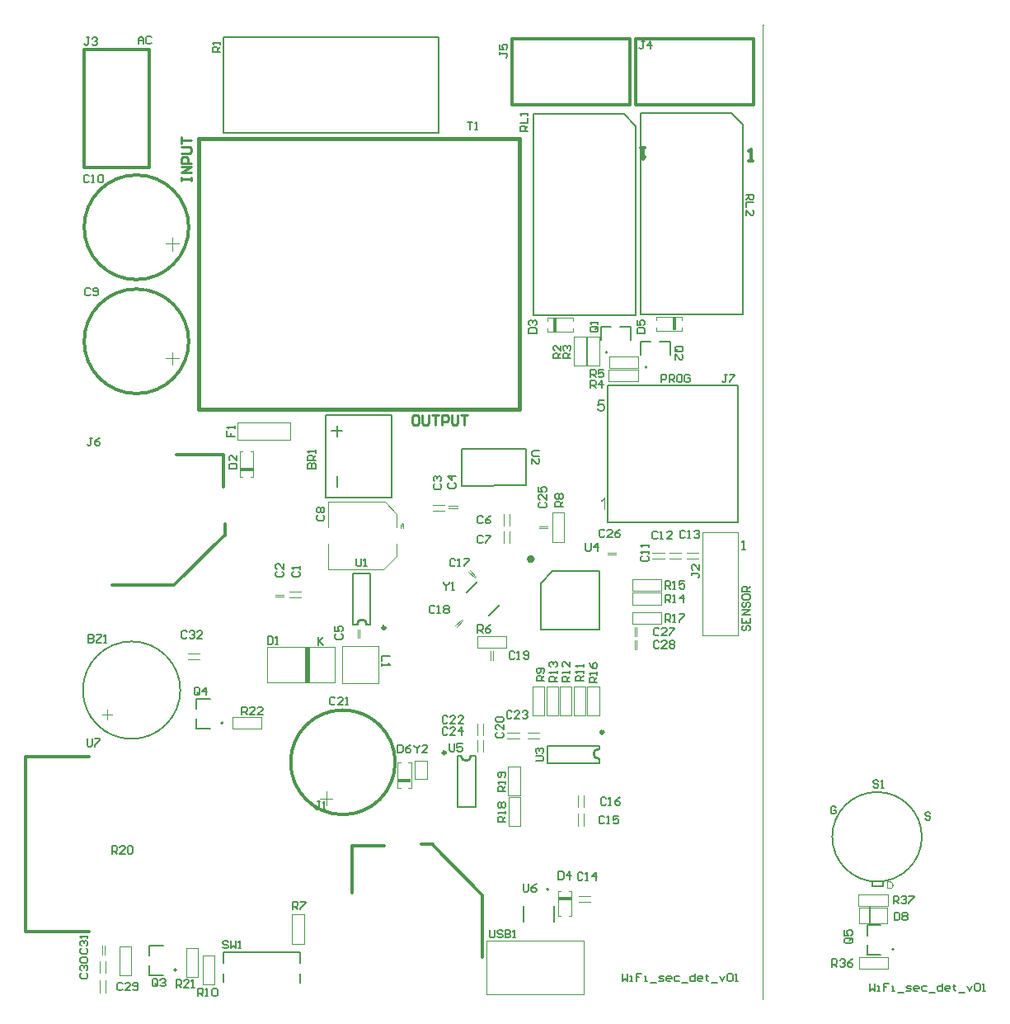
<source format=gto>
G04*
G04 #@! TF.GenerationSoftware,Altium Limited,Altium Designer,22.2.1 (43)*
G04*
G04 Layer_Color=65535*
%FSLAX25Y25*%
%MOIN*%
G70*
G04*
G04 #@! TF.SameCoordinates,65C05967-714E-454F-997F-66751C825CAB*
G04*
G04*
G04 #@! TF.FilePolarity,Positive*
G04*
G01*
G75*
%ADD10C,0.00787*%
%ADD11C,0.01181*%
%ADD12C,0.01575*%
%ADD13C,0.01000*%
%ADD14C,0.00394*%
%ADD15C,0.00500*%
%ADD16C,0.00787*%
%ADD17C,0.00984*%
%ADD18C,0.00591*%
%ADD19R,0.01181X0.05512*%
%ADD20R,0.05512X0.01181*%
%ADD21R,0.01083X0.06693*%
%ADD22R,0.01968X0.14173*%
G36*
X329981Y49476D02*
X330069Y49472D01*
X330156Y49463D01*
X330243Y49450D01*
X330318Y49437D01*
X330322D01*
X330331Y49433D01*
X330344D01*
X330361Y49424D01*
X330410Y49411D01*
X330471Y49389D01*
X330541Y49358D01*
X330615Y49319D01*
X330689Y49275D01*
X330759Y49218D01*
X330764Y49214D01*
X330768Y49210D01*
X330781Y49197D01*
X330798Y49184D01*
X330842Y49140D01*
X330895Y49079D01*
X330951Y49004D01*
X331013Y48917D01*
X331069Y48816D01*
X331117Y48703D01*
Y48698D01*
X331122Y48690D01*
X331131Y48672D01*
X331135Y48646D01*
X331148Y48616D01*
X331157Y48581D01*
X331166Y48541D01*
X331179Y48493D01*
X331192Y48445D01*
X331201Y48388D01*
X331222Y48266D01*
X331235Y48130D01*
X331240Y47982D01*
Y47977D01*
Y47969D01*
Y47947D01*
Y47925D01*
X331235Y47894D01*
Y47859D01*
X331231Y47776D01*
X331218Y47680D01*
X331205Y47580D01*
X331183Y47475D01*
X331157Y47370D01*
Y47366D01*
X331152Y47357D01*
X331148Y47344D01*
X331144Y47326D01*
X331126Y47278D01*
X331100Y47217D01*
X331074Y47147D01*
X331039Y47077D01*
X330995Y47003D01*
X330951Y46933D01*
X330947Y46924D01*
X330929Y46902D01*
X330903Y46872D01*
X330868Y46832D01*
X330829Y46789D01*
X330781Y46745D01*
X330733Y46697D01*
X330676Y46658D01*
X330667Y46653D01*
X330650Y46640D01*
X330619Y46623D01*
X330576Y46601D01*
X330523Y46575D01*
X330462Y46553D01*
X330392Y46527D01*
X330313Y46505D01*
X330305D01*
X330292Y46500D01*
X330278Y46496D01*
X330235Y46492D01*
X330173Y46483D01*
X330104Y46474D01*
X330021Y46465D01*
X329929Y46461D01*
X329828Y46457D01*
X328740D01*
Y49481D01*
X329903D01*
X329981Y49476D01*
D02*
G37*
G36*
X214821Y199606D02*
X214211D01*
Y203485D01*
X214204Y203478D01*
X214168Y203449D01*
X214125Y203406D01*
X214053Y203356D01*
X213974Y203292D01*
X213874Y203220D01*
X213759Y203141D01*
X213630Y203062D01*
X213623D01*
X213616Y203055D01*
X213573Y203026D01*
X213501Y202991D01*
X213415Y202947D01*
X213315Y202897D01*
X213207Y202847D01*
X213100Y202797D01*
X212992Y202754D01*
Y203342D01*
X212999D01*
X213014Y203356D01*
X213042Y203363D01*
X213078Y203385D01*
X213121Y203406D01*
X213171Y203435D01*
X213293Y203507D01*
X213437Y203586D01*
X213580Y203686D01*
X213731Y203801D01*
X213881Y203923D01*
X213888Y203930D01*
X213896Y203937D01*
X213917Y203959D01*
X213946Y203980D01*
X214010Y204052D01*
X214096Y204138D01*
X214182Y204238D01*
X214276Y204353D01*
X214354Y204468D01*
X214426Y204590D01*
X214821D01*
Y199606D01*
D02*
G37*
G36*
X214472Y243686D02*
X212486D01*
X212220Y242346D01*
X212228Y242353D01*
X212242Y242360D01*
X212263Y242374D01*
X212299Y242396D01*
X212342Y242417D01*
X212392Y242446D01*
X212507Y242503D01*
X212651Y242561D01*
X212808Y242611D01*
X212980Y242647D01*
X213066Y242661D01*
X213224D01*
X213267Y242654D01*
X213324Y242647D01*
X213389Y242640D01*
X213461Y242625D01*
X213540Y242604D01*
X213712Y242554D01*
X213805Y242518D01*
X213898Y242467D01*
X213991Y242417D01*
X214085Y242360D01*
X214171Y242288D01*
X214257Y242209D01*
X214264Y242202D01*
X214278Y242188D01*
X214300Y242166D01*
X214328Y242130D01*
X214364Y242080D01*
X214400Y242030D01*
X214443Y241966D01*
X214486Y241894D01*
X214522Y241815D01*
X214565Y241729D01*
X214601Y241629D01*
X214637Y241528D01*
X214665Y241421D01*
X214687Y241299D01*
X214701Y241177D01*
X214708Y241048D01*
Y241041D01*
Y241019D01*
Y240983D01*
X214701Y240933D01*
X214694Y240876D01*
X214687Y240811D01*
X214672Y240732D01*
X214658Y240653D01*
X214615Y240467D01*
X214543Y240273D01*
X214500Y240173D01*
X214443Y240080D01*
X214386Y239980D01*
X214314Y239886D01*
X214307Y239879D01*
X214293Y239858D01*
X214264Y239829D01*
X214228Y239793D01*
X214178Y239750D01*
X214120Y239693D01*
X214049Y239643D01*
X213970Y239585D01*
X213884Y239528D01*
X213783Y239478D01*
X213676Y239427D01*
X213561Y239377D01*
X213439Y239341D01*
X213303Y239313D01*
X213160Y239291D01*
X213009Y239284D01*
X212945D01*
X212894Y239291D01*
X212837Y239298D01*
X212772Y239305D01*
X212694Y239313D01*
X212615Y239334D01*
X212436Y239377D01*
X212256Y239442D01*
X212163Y239485D01*
X212070Y239535D01*
X211984Y239592D01*
X211898Y239657D01*
X211891Y239664D01*
X211876Y239671D01*
X211862Y239700D01*
X211833Y239729D01*
X211797Y239764D01*
X211761Y239808D01*
X211719Y239865D01*
X211683Y239929D01*
X211640Y239994D01*
X211597Y240073D01*
X211518Y240245D01*
X211453Y240446D01*
X211432Y240553D01*
X211417Y240668D01*
X212055Y240718D01*
Y240711D01*
Y240697D01*
X212063Y240675D01*
X212070Y240639D01*
X212091Y240560D01*
X212120Y240453D01*
X212163Y240345D01*
X212220Y240223D01*
X212292Y240116D01*
X212378Y240015D01*
X212392Y240008D01*
X212421Y239980D01*
X212478Y239944D01*
X212557Y239901D01*
X212643Y239858D01*
X212751Y239822D01*
X212873Y239793D01*
X213009Y239786D01*
X213052D01*
X213081Y239793D01*
X213167Y239800D01*
X213267Y239829D01*
X213389Y239865D01*
X213511Y239922D01*
X213640Y240008D01*
X213697Y240058D01*
X213755Y240116D01*
X213762Y240123D01*
X213769Y240130D01*
X213783Y240152D01*
X213805Y240173D01*
X213855Y240252D01*
X213913Y240352D01*
X213963Y240474D01*
X214013Y240625D01*
X214049Y240804D01*
X214063Y240897D01*
Y240998D01*
Y241005D01*
Y241019D01*
Y241048D01*
X214056Y241084D01*
Y241127D01*
X214049Y241177D01*
X214027Y241292D01*
X213991Y241428D01*
X213941Y241564D01*
X213870Y241693D01*
X213769Y241815D01*
Y241822D01*
X213755Y241829D01*
X213719Y241865D01*
X213654Y241915D01*
X213568Y241973D01*
X213454Y242023D01*
X213324Y242073D01*
X213174Y242109D01*
X213088Y242123D01*
X212952D01*
X212894Y242116D01*
X212823Y242109D01*
X212737Y242088D01*
X212651Y242066D01*
X212557Y242030D01*
X212464Y241987D01*
X212457Y241980D01*
X212428Y241966D01*
X212385Y241930D01*
X212328Y241894D01*
X212271Y241844D01*
X212213Y241779D01*
X212149Y241715D01*
X212099Y241636D01*
X211525Y241715D01*
X212005Y244267D01*
X214472D01*
Y243686D01*
D02*
G37*
%LPC*%
G36*
X329841Y49122D02*
X329142D01*
Y46815D01*
X329859D01*
X329889Y46819D01*
X329955Y46824D01*
X330029Y46828D01*
X330108Y46837D01*
X330187Y46850D01*
X330252Y46867D01*
X330261Y46872D01*
X330283Y46876D01*
X330313Y46889D01*
X330353Y46907D01*
X330396Y46933D01*
X330440Y46959D01*
X330484Y46990D01*
X330527Y47025D01*
X330532Y47034D01*
X330549Y47051D01*
X330576Y47082D01*
X330606Y47125D01*
X330641Y47182D01*
X330680Y47248D01*
X330715Y47322D01*
X330746Y47405D01*
Y47409D01*
X330750Y47418D01*
X330755Y47431D01*
X330759Y47449D01*
X330764Y47471D01*
X330772Y47501D01*
X330781Y47532D01*
X330790Y47567D01*
X330803Y47654D01*
X330816Y47755D01*
X330825Y47868D01*
X330829Y47991D01*
Y47995D01*
Y48012D01*
Y48034D01*
X330825Y48069D01*
Y48109D01*
X330820Y48152D01*
X330816Y48205D01*
X330812Y48257D01*
X330790Y48375D01*
X330764Y48498D01*
X330724Y48611D01*
X330698Y48668D01*
X330672Y48716D01*
Y48720D01*
X330663Y48729D01*
X330654Y48742D01*
X330645Y48760D01*
X330610Y48803D01*
X330567Y48856D01*
X330510Y48913D01*
X330445Y48969D01*
X330370Y49018D01*
X330292Y49057D01*
X330283Y49061D01*
X330261Y49066D01*
X330222Y49079D01*
X330165Y49092D01*
X330095Y49101D01*
X330008Y49114D01*
X329955Y49118D01*
X329898D01*
X329841Y49122D01*
D02*
G37*
%LPD*%
D10*
X342724Y67535D02*
G03*
X342724Y67535I-18110J0D01*
G01*
X231594Y257264D02*
G03*
X231594Y257264I-394J0D01*
G01*
X215551Y263268D02*
G03*
X215551Y263268I-394J0D01*
G01*
X60236Y113484D02*
G03*
X60236Y113484I-394J0D01*
G01*
X42913Y126772D02*
G03*
X42913Y126772I-19685J0D01*
G01*
X41260Y13780D02*
G03*
X41260Y13780I-394J0D01*
G01*
X331425Y22063D02*
G03*
X331425Y22063I-394J0D01*
G01*
X191929Y46358D02*
G03*
X191929Y46358I-394J0D01*
G01*
X322646Y47457D02*
X326976D01*
X322646D02*
Y49425D01*
X326976Y47457D02*
Y49425D01*
X229134Y359842D02*
X265748D01*
X270472Y355118D01*
Y278740D02*
Y355118D01*
X229134Y278740D02*
Y359842D01*
Y278740D02*
X270472D01*
X167737Y156959D02*
X172192Y161413D01*
X158551Y166146D02*
X163005Y170600D01*
X188583Y151181D02*
Y169882D01*
X193504Y174803D01*
X212205D01*
X188583Y151181D02*
X212205D01*
Y174803D01*
X155118Y100394D02*
X156693D01*
X160236D02*
X162205D01*
X155118Y79527D02*
Y100394D01*
Y79527D02*
X162205D01*
Y100394D01*
X185827Y359449D02*
X222441D01*
X227165Y354724D01*
Y278346D02*
Y354724D01*
X185827Y278346D02*
Y359449D01*
Y278346D02*
X227165D01*
X60236Y390551D02*
X147244D01*
Y351969D02*
Y390551D01*
X60236Y351969D02*
X147244D01*
X60236D02*
Y390551D01*
Y16732D02*
Y21063D01*
Y8858D02*
Y12106D01*
Y21063D02*
X91437D01*
X91535Y16732D02*
Y21063D01*
X91437Y8661D02*
Y12106D01*
X101575Y204724D02*
X128347D01*
Y237795D01*
X101575D02*
X128347D01*
X101575Y204724D02*
Y237795D01*
X104134Y231496D02*
X108465D01*
X106299Y229331D02*
Y233661D01*
Y208858D02*
Y213189D01*
X156582Y209358D02*
Y224409D01*
Y209358D02*
X182831Y209520D01*
Y224409D01*
X182283D02*
X182831D01*
X156693D02*
X182283D01*
X118110Y153150D02*
X119685D01*
X112598D02*
X114567D01*
X119685D02*
Y174016D01*
X112598D02*
X119685D01*
X112598Y153150D02*
Y174016D01*
X212205Y102756D02*
Y104331D01*
Y97244D02*
Y99213D01*
X191339Y104331D02*
X212205D01*
X191339Y97244D02*
Y104331D01*
Y97244D02*
X212205D01*
X308005Y79396D02*
X307480Y79920D01*
X306430D01*
X305906Y79396D01*
Y77296D01*
X306430Y76772D01*
X307480D01*
X308005Y77296D01*
Y78346D01*
X306955D01*
X221654Y12335D02*
Y9186D01*
X222703Y10236D01*
X223753Y9186D01*
Y12335D01*
X224802Y9186D02*
X225852D01*
X225327D01*
Y11285D01*
X224802D01*
X229525Y12335D02*
X227426D01*
Y10761D01*
X228475D01*
X227426D01*
Y9186D01*
X230574D02*
X231624D01*
X231099D01*
Y11285D01*
X230574D01*
X233198Y8661D02*
X235297D01*
X236347Y9186D02*
X237921D01*
X238446Y9711D01*
X237921Y10236D01*
X236872D01*
X236347Y10761D01*
X236872Y11285D01*
X238446D01*
X241070Y9186D02*
X240020D01*
X239496Y9711D01*
Y10761D01*
X240020Y11285D01*
X241070D01*
X241595Y10761D01*
Y10236D01*
X239496D01*
X244743Y11285D02*
X243169D01*
X242644Y10761D01*
Y9711D01*
X243169Y9186D01*
X244743D01*
X245793Y8661D02*
X247892D01*
X251040Y12335D02*
Y9186D01*
X249466D01*
X248941Y9711D01*
Y10761D01*
X249466Y11285D01*
X251040D01*
X253664Y9186D02*
X252615D01*
X252090Y9711D01*
Y10761D01*
X252615Y11285D01*
X253664D01*
X254189Y10761D01*
Y10236D01*
X252090D01*
X255763Y11810D02*
Y11285D01*
X255239D01*
X256288D01*
X255763D01*
Y9711D01*
X256288Y9186D01*
X257862Y8661D02*
X259961D01*
X261011Y11285D02*
X262060Y9186D01*
X263110Y11285D01*
X264159Y11810D02*
X264684Y12335D01*
X265734D01*
X266259Y11810D01*
Y9711D01*
X265734Y9186D01*
X264684D01*
X264159Y9711D01*
Y11810D01*
X267308Y9186D02*
X268358D01*
X267833D01*
Y12335D01*
X267308Y11810D01*
X346194Y77033D02*
X345669Y77558D01*
X344619D01*
X344094Y77033D01*
Y76508D01*
X344619Y75984D01*
X345669D01*
X346194Y75459D01*
Y74934D01*
X345669Y74410D01*
X344619D01*
X344094Y74934D01*
X321654Y8398D02*
Y5249D01*
X322703Y6299D01*
X323753Y5249D01*
Y8398D01*
X324802Y5249D02*
X325852D01*
X325327D01*
Y7348D01*
X324802D01*
X329525Y8398D02*
X327426D01*
Y6824D01*
X328475D01*
X327426D01*
Y5249D01*
X330574D02*
X331624D01*
X331099D01*
Y7348D01*
X330574D01*
X333198Y4724D02*
X335297D01*
X336347Y5249D02*
X337921D01*
X338446Y5774D01*
X337921Y6299D01*
X336872D01*
X336347Y6824D01*
X336872Y7348D01*
X338446D01*
X341070Y5249D02*
X340020D01*
X339496Y5774D01*
Y6824D01*
X340020Y7348D01*
X341070D01*
X341595Y6824D01*
Y6299D01*
X339496D01*
X344743Y7348D02*
X343169D01*
X342644Y6824D01*
Y5774D01*
X343169Y5249D01*
X344743D01*
X345793Y4724D02*
X347892D01*
X351040Y8398D02*
Y5249D01*
X349466D01*
X348941Y5774D01*
Y6824D01*
X349466Y7348D01*
X351040D01*
X353664Y5249D02*
X352615D01*
X352090Y5774D01*
Y6824D01*
X352615Y7348D01*
X353664D01*
X354189Y6824D01*
Y6299D01*
X352090D01*
X355763Y7873D02*
Y7348D01*
X355239D01*
X356288D01*
X355763D01*
Y5774D01*
X356288Y5249D01*
X357862Y4724D02*
X359961D01*
X361011Y7348D02*
X362060Y5249D01*
X363110Y7348D01*
X364159Y7873D02*
X364684Y8398D01*
X365734D01*
X366259Y7873D01*
Y5774D01*
X365734Y5249D01*
X364684D01*
X364159Y5774D01*
Y7873D01*
X367308Y5249D02*
X368358D01*
X367833D01*
Y8398D01*
X367308Y7873D01*
X25984Y387795D02*
Y389894D01*
X27034Y390944D01*
X28083Y389894D01*
Y387795D01*
Y389370D01*
X25984D01*
X31232Y390419D02*
X30707Y390944D01*
X29658D01*
X29133Y390419D01*
Y388320D01*
X29658Y387795D01*
X30707D01*
X31232Y388320D01*
X270079Y183465D02*
X271391D01*
X270735D01*
Y187400D01*
X270079Y186744D01*
X237402Y251181D02*
Y254330D01*
X238976D01*
X239501Y253805D01*
Y252755D01*
X238976Y252231D01*
X237402D01*
X240550Y251181D02*
Y254330D01*
X242125D01*
X242649Y253805D01*
Y252755D01*
X242125Y252231D01*
X240550D01*
X241600D02*
X242649Y251181D01*
X245273Y254330D02*
X244223D01*
X243699Y253805D01*
Y251706D01*
X244223Y251181D01*
X245273D01*
X245798Y251706D01*
Y253805D01*
X245273Y254330D01*
X248946Y253805D02*
X248422Y254330D01*
X247372D01*
X246847Y253805D01*
Y251706D01*
X247372Y251181D01*
X248422D01*
X248946Y251706D01*
Y252755D01*
X247897D01*
X270604Y152886D02*
X270080Y152362D01*
Y151312D01*
X270604Y150787D01*
X271129D01*
X271654Y151312D01*
Y152362D01*
X272179Y152886D01*
X272704D01*
X273228Y152362D01*
Y151312D01*
X272704Y150787D01*
X270080Y156035D02*
Y153936D01*
X273228D01*
Y156035D01*
X271654Y153936D02*
Y154986D01*
X273228Y157085D02*
X270080D01*
X273228Y159184D01*
X270080D01*
X270604Y162332D02*
X270080Y161808D01*
Y160758D01*
X270604Y160233D01*
X271129D01*
X271654Y160758D01*
Y161808D01*
X272179Y162332D01*
X272704D01*
X273228Y161808D01*
Y160758D01*
X272704Y160233D01*
X270080Y164956D02*
Y163907D01*
X270604Y163382D01*
X272704D01*
X273228Y163907D01*
Y164956D01*
X272704Y165481D01*
X270604D01*
X270080Y164956D01*
X273228Y166530D02*
X270080D01*
Y168105D01*
X270604Y168630D01*
X271654D01*
X272179Y168105D01*
Y166530D01*
Y167580D02*
X273228Y168630D01*
D11*
X129790Y97638D02*
G03*
X129790Y97638I-21128J0D01*
G01*
X150163Y101575D02*
G03*
X150163Y101575I-557J0D01*
G01*
X46325Y313779D02*
G03*
X46325Y313779I-21128J0D01*
G01*
Y267717D02*
G03*
X46325Y267717I-21128J0D01*
G01*
X125754Y151969D02*
G03*
X125754Y151969I-557J0D01*
G01*
X213943Y109843D02*
G03*
X213943Y109843I-557J0D01*
G01*
X-19646Y29134D02*
Y100000D01*
Y29134D02*
X5945D01*
X-19646Y100000D02*
X5945D01*
X40453Y169095D02*
X60728Y189370D01*
X60925Y189173D02*
Y193898D01*
X15256Y169095D02*
X40453D01*
X60532Y208858D02*
Y221850D01*
X59744D02*
X60532D01*
X41240D02*
X59744D01*
X227008Y363386D02*
Y389764D01*
Y363386D02*
X274646D01*
Y389764D01*
X227008D02*
X274646D01*
X177008Y363386D02*
Y389764D01*
Y363386D02*
X224646D01*
Y389764D01*
X177008D02*
X224646D01*
X3937Y338032D02*
X30315D01*
Y385669D01*
X3937D02*
X30315D01*
X3937Y338032D02*
Y385669D01*
X144882Y64272D02*
X165157Y43996D01*
X140354Y64468D02*
X145079D01*
X165157Y18799D02*
Y43996D01*
X112402Y64075D02*
X125394D01*
X112402Y63287D02*
Y64075D01*
Y44783D02*
Y63287D01*
X230709Y346063D02*
X229134D01*
X229921D01*
Y341340D01*
X230709Y342127D01*
X272835Y340551D02*
X274409D01*
X273622D01*
Y345274D01*
X272835Y344487D01*
D12*
X185433Y179724D02*
G03*
X185433Y179724I-787J0D01*
G01*
X50394Y240158D02*
Y349606D01*
Y240158D02*
X179921D01*
Y349606D01*
X50394D02*
X179921D01*
D13*
X156456Y100258D02*
G03*
X160393Y100258I1969J0D01*
G01*
X118347Y153285D02*
G03*
X114410Y153285I-1969J0D01*
G01*
X212069Y102992D02*
G03*
X212069Y99055I0J-1969D01*
G01*
D14*
X191339Y275984D02*
Y277165D01*
X201575D01*
Y275984D02*
Y277165D01*
Y271654D02*
Y272835D01*
X191339Y271654D02*
X201575D01*
X191339D02*
Y272835D01*
X245669Y272047D02*
Y273228D01*
X235433Y272047D02*
X245669D01*
X235433D02*
Y273228D01*
Y276378D02*
Y277559D01*
X245669D01*
Y276378D02*
Y277559D01*
X202165Y257824D02*
X205709D01*
X206890D01*
Y269635D01*
X202165D02*
X206890D01*
X202165Y257824D02*
Y269635D01*
X207480Y257874D02*
X211024D01*
X212205D01*
Y269685D01*
X207480D02*
X212205D01*
X207480Y257874D02*
Y269685D01*
X46063Y139370D02*
X50787D01*
X46063Y141732D02*
X50787D01*
X99213Y83071D02*
X104331D01*
X101969Y80315D02*
Y85827D01*
X75787Y111122D02*
Y114665D01*
Y115847D01*
X63976D02*
X75787D01*
X63976Y111122D02*
Y115847D01*
Y111122D02*
X75787D01*
X13386Y114961D02*
Y118898D01*
X11417Y116929D02*
X15354D01*
X12598Y4724D02*
Y9449D01*
X10236Y4724D02*
Y9449D01*
X12598Y12598D02*
Y17323D01*
X10236Y12598D02*
Y17323D01*
X205906Y72047D02*
Y76772D01*
X203543Y72047D02*
Y76772D01*
X205906Y79528D02*
Y84252D01*
X203543Y79528D02*
Y84252D01*
X268504Y148819D02*
Y190551D01*
X253937Y148819D02*
X268504D01*
X253937Y190551D02*
X268504D01*
X253937Y148819D02*
Y190551D01*
X233858Y182283D02*
X238583D01*
X233858Y179921D02*
X238583D01*
X247638Y182283D02*
X252362D01*
X247638Y179921D02*
X252362D01*
X240551Y182283D02*
X245276D01*
X240551Y179921D02*
X245276D01*
X215551Y181496D02*
X219094D01*
X215551Y182283D02*
X219094D01*
X194488Y198425D02*
X198031D01*
X193307D02*
X194488D01*
X193307Y186614D02*
Y198425D01*
Y186614D02*
X198031D01*
Y198425D01*
X187992Y192126D02*
X191535D01*
X187992Y192913D02*
X191535D01*
X159951Y175153D02*
X162456Y172648D01*
X159394Y174596D02*
X161900Y172091D01*
X151378Y200394D02*
X154921D01*
X151378Y201181D02*
X154921D01*
X144882Y199213D02*
X149606D01*
X144882Y201575D02*
X149606D01*
X173825Y193307D02*
Y198031D01*
X176187Y193307D02*
Y198031D01*
X173622Y186221D02*
Y190945D01*
X175984Y186221D02*
Y190945D01*
X201969Y116437D02*
X205512D01*
X206693D01*
Y128248D01*
X201969D02*
X206693D01*
X201969Y116437D02*
Y128248D01*
X196457Y116535D02*
X200000D01*
X201181D01*
Y128347D01*
X196457D02*
X201181D01*
X196457Y116535D02*
Y128347D01*
X190945Y116535D02*
X194488D01*
X195669D01*
Y128347D01*
X190945D02*
X195669D01*
X190945Y116535D02*
Y128347D01*
X185433Y116535D02*
X188976D01*
X190157D01*
Y128347D01*
X185433D02*
X190157D01*
X185433Y116535D02*
Y128347D01*
X154636Y152307D02*
X157141Y154813D01*
X154079Y152864D02*
X156585Y155370D01*
X162992Y144980D02*
Y148524D01*
Y143799D02*
Y144980D01*
Y143799D02*
X174803D01*
Y148524D01*
X162992D02*
X174803D01*
X226673Y143405D02*
Y146949D01*
X227461Y143405D02*
Y146949D01*
X226673Y148622D02*
Y152165D01*
X227461Y148622D02*
Y152165D01*
X225590Y154724D02*
Y158268D01*
Y153543D02*
Y154724D01*
Y153543D02*
X237402D01*
Y158268D01*
X225590D02*
X237402D01*
X183465Y107087D02*
X188189D01*
X183465Y109449D02*
X188189D01*
X175197Y107087D02*
X179921D01*
X175197Y109449D02*
X179921D01*
X165354Y101969D02*
Y106693D01*
X162992Y101969D02*
Y106693D01*
X165354Y108661D02*
Y113386D01*
X162992Y108661D02*
Y113386D01*
X142618Y90847D02*
Y98219D01*
X137728Y90847D02*
X142618D01*
X137728D02*
Y98219D01*
X142596D01*
X130709Y87402D02*
X131890D01*
X130709D02*
Y97638D01*
X131890D01*
X135039D02*
X136221D01*
Y87402D02*
Y97638D01*
X135039Y87402D02*
X136221D01*
X176732Y83701D02*
X180276D01*
X175551D02*
X176732D01*
X175551Y71890D02*
Y83701D01*
Y71890D02*
X180276D01*
Y83701D01*
X175492Y84252D02*
X179035D01*
X180217D01*
Y96063D01*
X175492D02*
X180217D01*
X175492Y84252D02*
Y96063D01*
X168504Y138878D02*
Y142421D01*
X169291Y138878D02*
Y142421D01*
X66929Y212992D02*
X68110D01*
X66929D02*
Y223228D01*
X68110D01*
X71260D02*
X72441D01*
Y212992D02*
Y223228D01*
X71260Y212992D02*
X72441D01*
X39764Y304331D02*
Y309449D01*
X37008Y307087D02*
X42520D01*
X39764Y258268D02*
Y263386D01*
X37008Y261024D02*
X42520D01*
X125197Y175689D02*
X130512Y181004D01*
X102559Y175689D02*
X125197D01*
X125591Y202854D02*
X130512Y197933D01*
X102559Y202854D02*
X125591D01*
X102559Y175689D02*
Y185827D01*
Y192421D02*
Y202854D01*
X130512Y181004D02*
Y185925D01*
Y192421D02*
Y197933D01*
X317430Y32650D02*
X328650D01*
X317430D02*
Y38950D01*
X328650D01*
Y32650D02*
Y38950D01*
X87402Y227953D02*
Y235039D01*
X66142D02*
X87402D01*
X66142Y227953D02*
Y235039D01*
Y227953D02*
X87402D01*
X77913Y129921D02*
Y144095D01*
Y129921D02*
X105472D01*
Y144095D01*
X77913D02*
X105472D01*
X166831Y3839D02*
X206102D01*
Y25689D01*
X166831D02*
X206102D01*
X166831Y3839D02*
Y25689D01*
X216142Y252658D02*
Y256201D01*
Y251476D02*
Y252658D01*
Y251476D02*
X227953D01*
Y256201D01*
X216142D02*
X227953D01*
X216339Y258169D02*
Y261713D01*
Y256988D02*
Y258169D01*
Y256988D02*
X228150D01*
Y261713D01*
X216339D02*
X228150D01*
X53150Y19685D02*
X56693D01*
X51968D02*
X53150D01*
X51968Y7874D02*
Y19685D01*
Y7874D02*
X56693D01*
Y19685D01*
X225590Y162598D02*
Y166142D01*
Y161417D02*
Y162598D01*
Y161417D02*
X237402D01*
Y166142D01*
X225590D02*
X237402D01*
X225590Y168110D02*
Y171653D01*
Y166929D02*
Y168110D01*
Y166929D02*
X237402D01*
Y171653D01*
X225590D02*
X237402D01*
X208661Y128347D02*
X212205D01*
X207480D02*
X208661D01*
X207480Y116535D02*
Y128347D01*
Y116535D02*
X212205D01*
Y128347D01*
X18209Y11516D02*
X21752D01*
X22933D01*
Y23327D01*
X18209D02*
X22933D01*
X18209Y11516D02*
Y23327D01*
X46654Y22638D02*
X50197D01*
X45472D02*
X46654D01*
X45472Y10827D02*
Y22638D01*
Y10827D02*
X50197D01*
Y22638D01*
X317323Y15354D02*
Y18898D01*
Y14173D02*
Y15354D01*
Y14173D02*
X329134D01*
Y18898D01*
X317323D02*
X329134D01*
X329006Y39538D02*
Y43081D01*
Y44262D01*
X317195D02*
X329006D01*
X317195Y39538D02*
Y44262D01*
Y39538D02*
X329006D01*
X89370Y36220D02*
X92913D01*
X88189D02*
X89370D01*
X88189Y24409D02*
Y36220D01*
Y24409D02*
X92913D01*
Y36220D01*
X108465Y144488D02*
X123031D01*
Y129528D02*
Y144488D01*
X108465Y129528D02*
X123031D01*
X108465D02*
Y144488D01*
X91437Y21063D02*
X91535D01*
X87008Y166535D02*
X91732D01*
X87008Y164173D02*
X91732D01*
X203937Y41339D02*
X208661D01*
X203937Y43701D02*
X208661D01*
X81299Y165256D02*
X84842D01*
X81299Y164469D02*
X84842D01*
X114567Y147835D02*
Y151378D01*
X115354Y147835D02*
Y151378D01*
X12205Y19882D02*
Y23425D01*
X11417Y19882D02*
Y23425D01*
X200000Y45669D02*
X201181D01*
Y35433D02*
Y45669D01*
X200000Y35433D02*
X201181D01*
X195669D02*
X196850D01*
X195669D02*
Y45669D01*
X196850D01*
X278346Y1969D02*
X278346Y395669D01*
X278740D01*
X131890Y192126D02*
Y193438D01*
X132546Y194094D01*
X133202Y193438D01*
Y192126D01*
Y193110D01*
X131890D01*
D15*
X228937Y262106D02*
Y267618D01*
X233018D01*
X240945Y262106D02*
Y267618D01*
X236864D02*
X240945D01*
X212894Y268110D02*
Y273622D01*
X216974D01*
X224902Y268110D02*
Y273622D01*
X220821D02*
X224902D01*
X49488Y111221D02*
X55000D01*
X49488D02*
Y115301D01*
Y123228D02*
X55000D01*
X49488Y119148D02*
Y123228D01*
X30512Y11516D02*
X36024D01*
X30512D02*
Y15597D01*
Y23524D02*
X36024D01*
X30512Y19443D02*
Y23524D01*
X320677Y19799D02*
X326189D01*
X320677D02*
Y23880D01*
Y31807D02*
X326189D01*
X320677Y27726D02*
Y31807D01*
X181614Y33120D02*
Y39518D01*
X193976Y33120D02*
Y39518D01*
D16*
X215815Y194472D02*
X268524D01*
Y250016D01*
X215815D02*
X268524D01*
X215815Y194472D02*
Y250016D01*
D17*
X138779Y237991D02*
X137467D01*
X136811Y237335D01*
Y234711D01*
X137467Y234055D01*
X138779D01*
X139435Y234711D01*
Y237335D01*
X138779Y237991D01*
X140747D02*
Y234711D01*
X141403Y234055D01*
X142715D01*
X143371Y234711D01*
Y237991D01*
X144683D02*
X147306D01*
X145994D01*
Y234055D01*
X148618D02*
Y237991D01*
X150586D01*
X151242Y237335D01*
Y236023D01*
X150586Y235367D01*
X148618D01*
X152554Y237991D02*
Y234711D01*
X153210Y234055D01*
X154522D01*
X155178Y234711D01*
Y237991D01*
X156490D02*
X159114D01*
X157802D01*
Y234055D01*
X43505Y332480D02*
Y333792D01*
Y333136D01*
X47441D01*
Y332480D01*
Y333792D01*
Y335760D02*
X43505D01*
X47441Y338384D01*
X43505D01*
X47441Y339696D02*
X43505D01*
Y341664D01*
X44161Y342320D01*
X45473D01*
X46129Y341664D01*
Y339696D01*
X43505Y343632D02*
X46785D01*
X47441Y344287D01*
Y345599D01*
X46785Y346255D01*
X43505D01*
Y347567D02*
Y350191D01*
Y348879D01*
X47441D01*
D18*
X98622Y148227D02*
Y145079D01*
Y146128D01*
X100721Y148227D01*
X99147Y146653D01*
X100721Y145079D01*
X5250Y107086D02*
Y104462D01*
X5775Y103937D01*
X6825D01*
X7349Y104462D01*
Y107086D01*
X8399D02*
X10498D01*
Y106561D01*
X8399Y104462D01*
Y103937D01*
X151050Y116010D02*
X150526Y116535D01*
X149476D01*
X148951Y116010D01*
Y113911D01*
X149476Y113386D01*
X150526D01*
X151050Y113911D01*
X154199Y113386D02*
X152100D01*
X154199Y115485D01*
Y116010D01*
X153674Y116535D01*
X152625D01*
X152100Y116010D01*
X157348Y113386D02*
X155249D01*
X157348Y115485D01*
Y116010D01*
X156823Y116535D01*
X155773D01*
X155249Y116010D01*
X183464Y352626D02*
X180315D01*
Y354200D01*
X180840Y354725D01*
X181890D01*
X182414Y354200D01*
Y352626D01*
Y353675D02*
X183464Y354725D01*
X180315Y355774D02*
X183464D01*
Y357874D01*
Y358923D02*
Y359973D01*
Y359448D01*
X180315D01*
X180840Y358923D01*
X200787Y260762D02*
X197638D01*
Y262336D01*
X198163Y262861D01*
X199213D01*
X199737Y262336D01*
Y260762D01*
Y261811D02*
X200787Y262861D01*
X198163Y263911D02*
X197638Y264435D01*
Y265485D01*
X198163Y266010D01*
X198688D01*
X199213Y265485D01*
Y264960D01*
Y265485D01*
X199737Y266010D01*
X200262D01*
X200787Y265485D01*
Y264435D01*
X200262Y263911D01*
X196850Y260762D02*
X193701D01*
Y262336D01*
X194226Y262861D01*
X195276D01*
X195800Y262336D01*
Y260762D01*
Y261811D02*
X196850Y262861D01*
Y266010D02*
Y263911D01*
X194751Y266010D01*
X194226D01*
X193701Y265485D01*
Y264435D01*
X194226Y263911D01*
X211286Y273622D02*
X209187D01*
X208662Y273097D01*
Y272048D01*
X209187Y271523D01*
X211286D01*
X211810Y272048D01*
Y273097D01*
X210761Y272572D02*
X211810Y273622D01*
Y273097D02*
X211286Y273622D01*
X211810Y274672D02*
Y275721D01*
Y275196D01*
X208662D01*
X209187Y274672D01*
X183859Y270998D02*
X187007D01*
Y272572D01*
X186483Y273097D01*
X184383D01*
X183859Y272572D01*
Y270998D01*
X184383Y274147D02*
X183859Y274672D01*
Y275721D01*
X184383Y276246D01*
X184908D01*
X185433Y275721D01*
Y275196D01*
Y275721D01*
X185958Y276246D01*
X186483D01*
X187007Y275721D01*
Y274672D01*
X186483Y274147D01*
X62599Y216274D02*
X65747D01*
Y217848D01*
X65223Y218373D01*
X63124D01*
X62599Y217848D01*
Y216274D01*
X65747Y221521D02*
Y219422D01*
X63648Y221521D01*
X63124D01*
X62599Y220997D01*
Y219947D01*
X63124Y219422D01*
X88321Y38190D02*
Y41338D01*
X89895D01*
X90420Y40813D01*
Y39764D01*
X89895Y39239D01*
X88321D01*
X89371D02*
X90420Y38190D01*
X91470Y41338D02*
X93569D01*
Y40813D01*
X91470Y38714D01*
Y38190D01*
X2888Y22442D02*
X2363Y21917D01*
Y20867D01*
X2888Y20342D01*
X4986D01*
X5511Y20867D01*
Y21917D01*
X4986Y22442D01*
X2888Y23491D02*
X2363Y24016D01*
Y25065D01*
X2888Y25590D01*
X3412D01*
X3937Y25065D01*
Y24541D01*
Y25065D01*
X4462Y25590D01*
X4986D01*
X5511Y25065D01*
Y24016D01*
X4986Y23491D01*
X5511Y26640D02*
Y27689D01*
Y27164D01*
X2363D01*
X2888Y26640D01*
X137534Y104724D02*
Y104199D01*
X138583Y103150D01*
X139633Y104199D01*
Y104724D01*
X138583Y103150D02*
Y101575D01*
X142781D02*
X140682D01*
X142781Y103674D01*
Y104199D01*
X142256Y104724D01*
X141207D01*
X140682Y104199D01*
X149476Y170472D02*
Y169947D01*
X150525Y168898D01*
X151575Y169947D01*
Y170472D01*
X150525Y168898D02*
Y167323D01*
X152624D02*
X153674D01*
X153149D01*
Y170472D01*
X152624Y169947D01*
X167981Y29921D02*
Y27297D01*
X168506Y26772D01*
X169555D01*
X170080Y27297D01*
Y29921D01*
X173228Y29396D02*
X172704Y29921D01*
X171654D01*
X171129Y29396D01*
Y28871D01*
X171654Y28346D01*
X172704D01*
X173228Y27822D01*
Y27297D01*
X172704Y26772D01*
X171654D01*
X171129Y27297D01*
X174278Y29921D02*
Y26772D01*
X175852D01*
X176377Y27297D01*
Y27822D01*
X175852Y28346D01*
X174278D01*
X175852D01*
X176377Y28871D01*
Y29396D01*
X175852Y29921D01*
X174278D01*
X177427Y26772D02*
X178476D01*
X177951D01*
Y29921D01*
X177427Y29396D01*
X181628Y48425D02*
Y45801D01*
X182153Y45276D01*
X183202D01*
X183727Y45801D01*
Y48425D01*
X186876D02*
X185826Y47900D01*
X184777Y46850D01*
Y45801D01*
X185301Y45276D01*
X186351D01*
X186876Y45801D01*
Y46326D01*
X186351Y46850D01*
X184777D01*
X151707Y105118D02*
Y102494D01*
X152232Y101969D01*
X153281D01*
X153806Y102494D01*
Y105118D01*
X156955D02*
X154856D01*
Y103543D01*
X155905Y104068D01*
X156430D01*
X156955Y103543D01*
Y102494D01*
X156430Y101969D01*
X155380D01*
X154856Y102494D01*
X206825Y186220D02*
Y183596D01*
X207350Y183071D01*
X208399D01*
X208924Y183596D01*
Y186220D01*
X211548Y183071D02*
Y186220D01*
X209974Y184646D01*
X212073D01*
X186615Y98164D02*
X189239D01*
X189763Y98688D01*
Y99738D01*
X189239Y100263D01*
X186615D01*
X187139Y101312D02*
X186615Y101837D01*
Y102886D01*
X187139Y103411D01*
X187664D01*
X188189Y102886D01*
Y102362D01*
Y102886D01*
X188714Y103411D01*
X189239D01*
X189763Y102886D01*
Y101837D01*
X189239Y101312D01*
X188189Y223490D02*
X185565D01*
X185040Y222965D01*
Y221916D01*
X185565Y221391D01*
X188189D01*
X185040Y218242D02*
Y220341D01*
X187139Y218242D01*
X187664D01*
X188189Y218767D01*
Y219817D01*
X187664Y220341D01*
X114043Y179921D02*
Y177297D01*
X114567Y176772D01*
X115617D01*
X116142Y177297D01*
Y179921D01*
X117191Y176772D02*
X118241D01*
X117716D01*
Y179921D01*
X117191Y179396D01*
X158925Y356299D02*
X161024D01*
X159974D01*
Y353150D01*
X162073D02*
X163123D01*
X162598D01*
Y356299D01*
X162073Y355774D01*
X62205Y25065D02*
X61681Y25590D01*
X60631D01*
X60106Y25065D01*
Y24541D01*
X60631Y24016D01*
X61681D01*
X62205Y23491D01*
Y22966D01*
X61681Y22442D01*
X60631D01*
X60106Y22966D01*
X63255Y25590D02*
Y22442D01*
X64304Y23491D01*
X65354Y22442D01*
Y25590D01*
X66403Y22442D02*
X67453D01*
X66928D01*
Y25590D01*
X66403Y25065D01*
X325197Y90026D02*
X324672Y90551D01*
X323623D01*
X323098Y90026D01*
Y89501D01*
X323623Y88976D01*
X324672D01*
X325197Y88452D01*
Y87927D01*
X324672Y87402D01*
X323623D01*
X323098Y87927D01*
X326246Y87402D02*
X327296D01*
X326771D01*
Y90551D01*
X326246Y90026D01*
X271654Y327033D02*
X274803D01*
Y325459D01*
X274278Y324934D01*
X273228D01*
X272704Y325459D01*
Y327033D01*
Y325983D02*
X271654Y324934D01*
X274803Y323884D02*
X271654D01*
Y321785D01*
Y318636D02*
Y320736D01*
X273753Y318636D01*
X274278D01*
X274803Y319161D01*
Y320211D01*
X274278Y320736D01*
X331235Y40552D02*
Y43700D01*
X332809D01*
X333334Y43176D01*
Y42126D01*
X332809Y41601D01*
X331235D01*
X332284D02*
X333334Y40552D01*
X334384Y43176D02*
X334908Y43700D01*
X335958D01*
X336483Y43176D01*
Y42651D01*
X335958Y42126D01*
X335433D01*
X335958D01*
X336483Y41601D01*
Y41076D01*
X335958Y40552D01*
X334908D01*
X334384Y41076D01*
X337532Y43700D02*
X339631D01*
Y43176D01*
X337532Y41076D01*
Y40552D01*
X306432Y14961D02*
Y18110D01*
X308006D01*
X308531Y17585D01*
Y16535D01*
X308006Y16011D01*
X306432D01*
X307481D02*
X308531Y14961D01*
X309580Y17585D02*
X310105Y18110D01*
X311155D01*
X311679Y17585D01*
Y17060D01*
X311155Y16535D01*
X310630D01*
X311155D01*
X311679Y16011D01*
Y15486D01*
X311155Y14961D01*
X310105D01*
X309580Y15486D01*
X314828Y18110D02*
X313778Y17585D01*
X312729Y16535D01*
Y15486D01*
X313254Y14961D01*
X314303D01*
X314828Y15486D01*
Y16011D01*
X314303Y16535D01*
X312729D01*
X67849Y116930D02*
Y120078D01*
X69423D01*
X69948Y119553D01*
Y118504D01*
X69423Y117979D01*
X67849D01*
X68899D02*
X69948Y116930D01*
X73097D02*
X70998D01*
X73097Y119029D01*
Y119553D01*
X72572Y120078D01*
X71522D01*
X70998Y119553D01*
X76245Y116930D02*
X74146D01*
X76245Y119029D01*
Y119553D01*
X75721Y120078D01*
X74671D01*
X74146Y119553D01*
X41208Y6693D02*
Y9842D01*
X42783D01*
X43308Y9317D01*
Y8268D01*
X42783Y7743D01*
X41208D01*
X42258D02*
X43308Y6693D01*
X46456D02*
X44357D01*
X46456Y8793D01*
Y9317D01*
X45931Y9842D01*
X44882D01*
X44357Y9317D01*
X47506Y6693D02*
X48555D01*
X48030D01*
Y9842D01*
X47506Y9317D01*
X15300Y60700D02*
Y63849D01*
X16874D01*
X17399Y63324D01*
Y62274D01*
X16874Y61750D01*
X15300D01*
X16350D02*
X17399Y60700D01*
X20548D02*
X18449D01*
X20548Y62799D01*
Y63324D01*
X20023Y63849D01*
X18973D01*
X18449Y63324D01*
X21597D02*
X22122Y63849D01*
X23171D01*
X23696Y63324D01*
Y61225D01*
X23171Y60700D01*
X22122D01*
X21597Y61225D01*
Y63324D01*
X174409Y85828D02*
X171260D01*
Y87402D01*
X171785Y87927D01*
X172835D01*
X173359Y87402D01*
Y85828D01*
Y86878D02*
X174409Y87927D01*
Y88977D02*
Y90026D01*
Y89501D01*
X171260D01*
X171785Y88977D01*
X173884Y91601D02*
X174409Y92125D01*
Y93175D01*
X173884Y93700D01*
X171785D01*
X171260Y93175D01*
Y92125D01*
X171785Y91601D01*
X172310D01*
X172835Y92125D01*
Y93700D01*
X174409Y73623D02*
X171260D01*
Y75198D01*
X171785Y75722D01*
X172835D01*
X173359Y75198D01*
Y73623D01*
Y74673D02*
X174409Y75722D01*
Y76772D02*
Y77821D01*
Y77297D01*
X171260D01*
X171785Y76772D01*
Y79396D02*
X171260Y79921D01*
Y80970D01*
X171785Y81495D01*
X172310D01*
X172835Y80970D01*
X173359Y81495D01*
X173884D01*
X174409Y80970D01*
Y79921D01*
X173884Y79396D01*
X173359D01*
X172835Y79921D01*
X172310Y79396D01*
X171785D01*
X172835Y79921D02*
Y80970D01*
X238978Y154331D02*
Y157480D01*
X240552D01*
X241077Y156955D01*
Y155905D01*
X240552Y155381D01*
X238978D01*
X240027D02*
X241077Y154331D01*
X242126D02*
X243176D01*
X242651D01*
Y157480D01*
X242126Y156955D01*
X244750Y157480D02*
X246849D01*
Y156955D01*
X244750Y154856D01*
Y154331D01*
X211417Y129922D02*
X208268D01*
Y131497D01*
X208793Y132022D01*
X209842D01*
X210367Y131497D01*
Y129922D01*
Y130972D02*
X211417Y132022D01*
Y133071D02*
Y134121D01*
Y133596D01*
X208268D01*
X208793Y133071D01*
X208268Y137794D02*
X208793Y136744D01*
X209842Y135695D01*
X210892D01*
X211417Y136220D01*
Y137269D01*
X210892Y137794D01*
X210367D01*
X209842Y137269D01*
Y135695D01*
X238978Y167717D02*
Y170866D01*
X240552D01*
X241077Y170341D01*
Y169291D01*
X240552Y168767D01*
X238978D01*
X240027D02*
X241077Y167717D01*
X242126D02*
X243176D01*
X242651D01*
Y170866D01*
X242126Y170341D01*
X246849Y170866D02*
X244750D01*
Y169291D01*
X245800Y169816D01*
X246324D01*
X246849Y169291D01*
Y168242D01*
X246324Y167717D01*
X245275D01*
X244750Y168242D01*
X238978Y162205D02*
Y165354D01*
X240552D01*
X241077Y164829D01*
Y163779D01*
X240552Y163255D01*
X238978D01*
X240027D02*
X241077Y162205D01*
X242126D02*
X243176D01*
X242651D01*
Y165354D01*
X242126Y164829D01*
X246324Y162205D02*
Y165354D01*
X244750Y163779D01*
X246849D01*
X195275Y130316D02*
X192127D01*
Y131890D01*
X192651Y132415D01*
X193701D01*
X194226Y131890D01*
Y130316D01*
Y131366D02*
X195275Y132415D01*
Y133465D02*
Y134514D01*
Y133990D01*
X192127D01*
X192651Y133465D01*
Y136089D02*
X192127Y136613D01*
Y137663D01*
X192651Y138188D01*
X193176D01*
X193701Y137663D01*
Y137138D01*
Y137663D01*
X194226Y138188D01*
X194750D01*
X195275Y137663D01*
Y136613D01*
X194750Y136089D01*
X200393Y130316D02*
X197245D01*
Y131890D01*
X197769Y132415D01*
X198819D01*
X199344Y131890D01*
Y130316D01*
Y131366D02*
X200393Y132415D01*
Y133465D02*
Y134514D01*
Y133990D01*
X197245D01*
X197769Y133465D01*
X200393Y138188D02*
Y136089D01*
X198294Y138188D01*
X197769D01*
X197245Y137663D01*
Y136613D01*
X197769Y136089D01*
X205905Y130447D02*
X202756D01*
Y132022D01*
X203281Y132546D01*
X204331D01*
X204855Y132022D01*
Y130447D01*
Y131497D02*
X205905Y132546D01*
Y133596D02*
Y134645D01*
Y134121D01*
X202756D01*
X203281Y133596D01*
X205905Y136220D02*
Y137269D01*
Y136744D01*
X202756D01*
X203281Y136220D01*
X190157Y130447D02*
X187008D01*
Y132021D01*
X187533Y132546D01*
X188583D01*
X189107Y132021D01*
Y130447D01*
Y131497D02*
X190157Y132546D01*
X189632Y133596D02*
X190157Y134120D01*
Y135170D01*
X189632Y135695D01*
X187533D01*
X187008Y135170D01*
Y134120D01*
X187533Y133596D01*
X188058D01*
X188583Y134120D01*
Y135695D01*
X50001Y3150D02*
Y6299D01*
X51576D01*
X52100Y5774D01*
Y4724D01*
X51576Y4200D01*
X50001D01*
X51051D02*
X52100Y3150D01*
X53150D02*
X54199D01*
X53675D01*
Y6299D01*
X53150Y5774D01*
X55774D02*
X56299Y6299D01*
X57348D01*
X57873Y5774D01*
Y3675D01*
X57348Y3150D01*
X56299D01*
X55774Y3675D01*
Y5774D01*
X197637Y200920D02*
X194489D01*
Y202494D01*
X195013Y203019D01*
X196063D01*
X196588Y202494D01*
Y200920D01*
Y201969D02*
X197637Y203019D01*
X195013Y204068D02*
X194489Y204593D01*
Y205642D01*
X195013Y206167D01*
X195538D01*
X196063Y205642D01*
X196588Y206167D01*
X197113D01*
X197637Y205642D01*
Y204593D01*
X197113Y204068D01*
X196588D01*
X196063Y204593D01*
X195538Y204068D01*
X195013D01*
X196063Y204593D02*
Y205642D01*
X163124Y150001D02*
Y153149D01*
X164699D01*
X165223Y152624D01*
Y151575D01*
X164699Y151050D01*
X163124D01*
X164174D02*
X165223Y150001D01*
X168372Y153149D02*
X167322Y152624D01*
X166273Y151575D01*
Y150525D01*
X166798Y150001D01*
X167847D01*
X168372Y150525D01*
Y151050D01*
X167847Y151575D01*
X166273D01*
X208793Y253150D02*
Y256299D01*
X210368D01*
X210893Y255774D01*
Y254724D01*
X210368Y254200D01*
X208793D01*
X209843D02*
X210893Y253150D01*
X214041Y256299D02*
X211942D01*
Y254724D01*
X212992Y255249D01*
X213516D01*
X214041Y254724D01*
Y253675D01*
X213516Y253150D01*
X212467D01*
X211942Y253675D01*
X208793Y248819D02*
Y251968D01*
X210368D01*
X210893Y251443D01*
Y250394D01*
X210368Y249869D01*
X208793D01*
X209843D02*
X210893Y248819D01*
X213516D02*
Y251968D01*
X211942Y250394D01*
X214041D01*
X59055Y384515D02*
X55906D01*
Y386089D01*
X56431Y386614D01*
X57480D01*
X58005Y386089D01*
Y384515D01*
Y385565D02*
X59055Y386614D01*
Y387664D02*
Y388713D01*
Y388189D01*
X55906D01*
X56431Y387664D01*
X314042Y26641D02*
X311943D01*
X311418Y26116D01*
Y25066D01*
X311943Y24542D01*
X314042D01*
X314566Y25066D01*
Y26116D01*
X313517Y25591D02*
X314566Y26641D01*
Y26116D02*
X314042Y26641D01*
X311418Y29789D02*
Y27690D01*
X312992D01*
X312467Y28740D01*
Y29264D01*
X312992Y29789D01*
X314042D01*
X314566Y29264D01*
Y28215D01*
X314042Y27690D01*
X50656Y125328D02*
Y127427D01*
X50132Y127952D01*
X49082D01*
X48557Y127427D01*
Y125328D01*
X49082Y124804D01*
X50132D01*
X49607Y125853D02*
X50656Y124804D01*
X50132D02*
X50656Y125328D01*
X53280Y124804D02*
Y127952D01*
X51706Y126378D01*
X53805D01*
X33727Y7612D02*
Y9711D01*
X33202Y10236D01*
X32153D01*
X31628Y9711D01*
Y7612D01*
X32153Y7087D01*
X33202D01*
X32678Y8137D02*
X33727Y7087D01*
X33202D02*
X33727Y7612D01*
X34777Y9711D02*
X35302Y10236D01*
X36351D01*
X36876Y9711D01*
Y9186D01*
X36351Y8661D01*
X35826D01*
X36351D01*
X36876Y8137D01*
Y7612D01*
X36351Y7087D01*
X35302D01*
X34777Y7612D01*
X243439Y263517D02*
X245538D01*
X246062Y264042D01*
Y265091D01*
X245538Y265616D01*
X243439D01*
X242914Y265091D01*
Y264042D01*
X243963Y264566D02*
X242914Y263517D01*
Y264042D02*
X243439Y263517D01*
X242914Y260368D02*
Y262467D01*
X245013Y260368D01*
X245538D01*
X246062Y260893D01*
Y261943D01*
X245538Y262467D01*
X127559Y140682D02*
X124410D01*
Y138583D01*
Y137533D02*
Y136484D01*
Y137008D01*
X127559D01*
X127034Y137533D01*
X264042Y254330D02*
X262993D01*
X263517D01*
Y251706D01*
X262993Y251182D01*
X262468D01*
X261943Y251706D01*
X265092Y254330D02*
X267191D01*
Y253805D01*
X265092Y251706D01*
Y251182D01*
X7349Y228740D02*
X6300D01*
X6825D01*
Y226116D01*
X6300Y225591D01*
X5775D01*
X5250Y226116D01*
X10498Y228740D02*
X9448Y228215D01*
X8399Y227165D01*
Y226116D01*
X8924Y225591D01*
X9973D01*
X10498Y226116D01*
Y226641D01*
X9973Y227165D01*
X8399D01*
X172048Y384515D02*
Y383465D01*
Y383990D01*
X174672D01*
X175196Y383465D01*
Y382940D01*
X174672Y382416D01*
X172048Y387663D02*
Y385564D01*
X173622D01*
X173097Y386614D01*
Y387138D01*
X173622Y387663D01*
X174672D01*
X175196Y387138D01*
Y386089D01*
X174672Y385564D01*
X230578Y388976D02*
X229528D01*
X230053D01*
Y386352D01*
X229528Y385827D01*
X229003D01*
X228479Y386352D01*
X233201Y385827D02*
Y388976D01*
X231627Y387402D01*
X233726D01*
X6168Y390551D02*
X5119D01*
X5643D01*
Y387927D01*
X5119Y387402D01*
X4594D01*
X4069Y387927D01*
X7218Y390026D02*
X7742Y390551D01*
X8792D01*
X9317Y390026D01*
Y389501D01*
X8792Y388976D01*
X8267D01*
X8792D01*
X9317Y388452D01*
Y387927D01*
X8792Y387402D01*
X7742D01*
X7218Y387927D01*
X249607Y174278D02*
Y173229D01*
Y173754D01*
X252231D01*
X252755Y173229D01*
Y172704D01*
X252231Y172179D01*
X252755Y177427D02*
Y175328D01*
X250656Y177427D01*
X250132D01*
X249607Y176902D01*
Y175853D01*
X250132Y175328D01*
X99499Y81849D02*
X98449D01*
X98974D01*
Y79225D01*
X98449Y78700D01*
X97925D01*
X97400Y79225D01*
X100549Y78700D02*
X101598D01*
X101073D01*
Y81849D01*
X100549Y81324D01*
X61812Y231496D02*
Y229397D01*
X63386D01*
Y230447D01*
Y229397D01*
X64960D01*
Y232546D02*
Y233595D01*
Y233070D01*
X61812D01*
X62336Y232546D01*
X331628Y37007D02*
Y33859D01*
X333202D01*
X333727Y34384D01*
Y36483D01*
X333202Y37007D01*
X331628D01*
X334777Y36483D02*
X335301Y37007D01*
X336351D01*
X336876Y36483D01*
Y35958D01*
X336351Y35433D01*
X336876Y34908D01*
Y34384D01*
X336351Y33859D01*
X335301D01*
X334777Y34384D01*
Y34908D01*
X335301Y35433D01*
X334777Y35958D01*
Y36483D01*
X335301Y35433D02*
X336351D01*
X130841Y104724D02*
Y101575D01*
X132415D01*
X132940Y102100D01*
Y104199D01*
X132415Y104724D01*
X130841D01*
X136088D02*
X135039Y104199D01*
X133989Y103150D01*
Y102100D01*
X134514Y101575D01*
X135564D01*
X136088Y102100D01*
Y102625D01*
X135564Y103150D01*
X133989D01*
X195801Y53543D02*
Y50394D01*
X197376D01*
X197900Y50919D01*
Y53018D01*
X197376Y53543D01*
X195801D01*
X200524Y50394D02*
Y53543D01*
X198950Y51968D01*
X201049D01*
X227560Y270998D02*
X230708D01*
Y272572D01*
X230183Y273097D01*
X228084D01*
X227560Y272572D01*
Y270998D01*
Y276246D02*
Y274147D01*
X229134D01*
X228609Y275196D01*
Y275721D01*
X229134Y276246D01*
X230183D01*
X230708Y275721D01*
Y274672D01*
X230183Y274147D01*
X78216Y148425D02*
Y145276D01*
X79790D01*
X80315Y145801D01*
Y147900D01*
X79790Y148425D01*
X78216D01*
X81365Y145276D02*
X82414D01*
X81889D01*
Y148425D01*
X81365Y147900D01*
X45539Y150262D02*
X45014Y150787D01*
X43964D01*
X43440Y150262D01*
Y148163D01*
X43964Y147638D01*
X45014D01*
X45539Y148163D01*
X46588Y150262D02*
X47113Y150787D01*
X48163D01*
X48687Y150262D01*
Y149737D01*
X48163Y149213D01*
X47638D01*
X48163D01*
X48687Y148688D01*
Y148163D01*
X48163Y147638D01*
X47113D01*
X46588Y148163D01*
X51836Y147638D02*
X49737D01*
X51836Y149737D01*
Y150262D01*
X51311Y150787D01*
X50262D01*
X49737Y150262D01*
X2888Y12468D02*
X2363Y11943D01*
Y10894D01*
X2888Y10369D01*
X4986D01*
X5511Y10894D01*
Y11943D01*
X4986Y12468D01*
X2888Y13517D02*
X2363Y14042D01*
Y15092D01*
X2888Y15617D01*
X3412D01*
X3937Y15092D01*
Y14567D01*
Y15092D01*
X4462Y15617D01*
X4986D01*
X5511Y15092D01*
Y14042D01*
X4986Y13517D01*
X2888Y16666D02*
X2363Y17191D01*
Y18240D01*
X2888Y18765D01*
X4986D01*
X5511Y18240D01*
Y17191D01*
X4986Y16666D01*
X2888D01*
X19555Y8136D02*
X19030Y8661D01*
X17980D01*
X17455Y8136D01*
Y6037D01*
X17980Y5512D01*
X19030D01*
X19555Y6037D01*
X22703Y5512D02*
X20604D01*
X22703Y7611D01*
Y8136D01*
X22178Y8661D01*
X21129D01*
X20604Y8136D01*
X23753Y6037D02*
X24277Y5512D01*
X25327D01*
X25852Y6037D01*
Y8136D01*
X25327Y8661D01*
X24277D01*
X23753Y8136D01*
Y7611D01*
X24277Y7087D01*
X25852D01*
X236484Y146325D02*
X235959Y146850D01*
X234909D01*
X234385Y146325D01*
Y144226D01*
X234909Y143701D01*
X235959D01*
X236484Y144226D01*
X239632Y143701D02*
X237533D01*
X239632Y145800D01*
Y146325D01*
X239107Y146850D01*
X238058D01*
X237533Y146325D01*
X240682D02*
X241207Y146850D01*
X242256D01*
X242781Y146325D01*
Y145800D01*
X242256Y145276D01*
X242781Y144751D01*
Y144226D01*
X242256Y143701D01*
X241207D01*
X240682Y144226D01*
Y144751D01*
X241207Y145276D01*
X240682Y145800D01*
Y146325D01*
X241207Y145276D02*
X242256D01*
X236484Y151443D02*
X235959Y151968D01*
X234909D01*
X234385Y151443D01*
Y149344D01*
X234909Y148819D01*
X235959D01*
X236484Y149344D01*
X239632Y148819D02*
X237533D01*
X239632Y150918D01*
Y151443D01*
X239107Y151968D01*
X238058D01*
X237533Y151443D01*
X240682Y151968D02*
X242781D01*
Y151443D01*
X240682Y149344D01*
Y148819D01*
X214436Y191207D02*
X213912Y191732D01*
X212862D01*
X212337Y191207D01*
Y189108D01*
X212862Y188583D01*
X213912D01*
X214436Y189108D01*
X217585Y188583D02*
X215486D01*
X217585Y190682D01*
Y191207D01*
X217060Y191732D01*
X216011D01*
X215486Y191207D01*
X220734Y191732D02*
X219684Y191207D01*
X218635Y190157D01*
Y189108D01*
X219159Y188583D01*
X220209D01*
X220734Y189108D01*
Y189633D01*
X220209Y190157D01*
X218635D01*
X188321Y202625D02*
X187796Y202101D01*
Y201051D01*
X188321Y200526D01*
X190420D01*
X190944Y201051D01*
Y202101D01*
X190420Y202625D01*
X190944Y205774D02*
Y203675D01*
X188845Y205774D01*
X188321D01*
X187796Y205249D01*
Y204200D01*
X188321Y203675D01*
X187796Y208923D02*
Y206823D01*
X189370D01*
X188845Y207873D01*
Y208398D01*
X189370Y208923D01*
X190420D01*
X190944Y208398D01*
Y207348D01*
X190420Y206823D01*
X151050Y111286D02*
X150526Y111811D01*
X149476D01*
X148951Y111286D01*
Y109187D01*
X149476Y108662D01*
X150526D01*
X151050Y109187D01*
X154199Y108662D02*
X152100D01*
X154199Y110761D01*
Y111286D01*
X153674Y111811D01*
X152625D01*
X152100Y111286D01*
X156823Y108662D02*
Y111811D01*
X155249Y110236D01*
X157348D01*
X177035Y117979D02*
X176510Y118503D01*
X175461D01*
X174936Y117979D01*
Y115880D01*
X175461Y115355D01*
X176510D01*
X177035Y115880D01*
X180183Y115355D02*
X178084D01*
X180183Y117454D01*
Y117979D01*
X179659Y118503D01*
X178609D01*
X178084Y117979D01*
X181233D02*
X181758Y118503D01*
X182807D01*
X183332Y117979D01*
Y117454D01*
X182807Y116929D01*
X182282D01*
X182807D01*
X183332Y116404D01*
Y115880D01*
X182807Y115355D01*
X181758D01*
X181233Y115880D01*
X105512Y123491D02*
X104988Y124015D01*
X103938D01*
X103413Y123491D01*
Y121391D01*
X103938Y120867D01*
X104988D01*
X105512Y121391D01*
X108661Y120867D02*
X106562D01*
X108661Y122966D01*
Y123491D01*
X108136Y124015D01*
X107087D01*
X106562Y123491D01*
X109710Y120867D02*
X110760D01*
X110235D01*
Y124015D01*
X109710Y123491D01*
X170998Y109712D02*
X170473Y109187D01*
Y108138D01*
X170998Y107613D01*
X173097D01*
X173621Y108138D01*
Y109187D01*
X173097Y109712D01*
X173621Y112861D02*
Y110761D01*
X171522Y112861D01*
X170998D01*
X170473Y112336D01*
Y111286D01*
X170998Y110761D01*
Y113910D02*
X170473Y114435D01*
Y115484D01*
X170998Y116009D01*
X173097D01*
X173621Y115484D01*
Y114435D01*
X173097Y113910D01*
X170998D01*
X178085Y141994D02*
X177560Y142519D01*
X176510D01*
X175986Y141994D01*
Y139895D01*
X176510Y139371D01*
X177560D01*
X178085Y139895D01*
X179134Y139371D02*
X180184D01*
X179659D01*
Y142519D01*
X179134Y141994D01*
X181758Y139895D02*
X182283Y139371D01*
X183332D01*
X183857Y139895D01*
Y141994D01*
X183332Y142519D01*
X182283D01*
X181758Y141994D01*
Y141470D01*
X182283Y140945D01*
X183857D01*
X145801Y160498D02*
X145276Y161023D01*
X144227D01*
X143702Y160498D01*
Y158399D01*
X144227Y157875D01*
X145276D01*
X145801Y158399D01*
X146851Y157875D02*
X147900D01*
X147375D01*
Y161023D01*
X146851Y160498D01*
X149475D02*
X149999Y161023D01*
X151049D01*
X151574Y160498D01*
Y159974D01*
X151049Y159449D01*
X151574Y158924D01*
Y158399D01*
X151049Y157875D01*
X149999D01*
X149475Y158399D01*
Y158924D01*
X149999Y159449D01*
X149475Y159974D01*
Y160498D01*
X149999Y159449D02*
X151049D01*
X154069Y179396D02*
X153544Y179921D01*
X152495D01*
X151970Y179396D01*
Y177297D01*
X152495Y176772D01*
X153544D01*
X154069Y177297D01*
X155118Y176772D02*
X156168D01*
X155643D01*
Y179921D01*
X155118Y179396D01*
X157742Y179921D02*
X159841D01*
Y179396D01*
X157742Y177297D01*
Y176772D01*
X215092Y82939D02*
X214568Y83464D01*
X213518D01*
X212993Y82939D01*
Y80840D01*
X213518Y80316D01*
X214568D01*
X215092Y80840D01*
X216142Y80316D02*
X217192D01*
X216667D01*
Y83464D01*
X216142Y82939D01*
X220865Y83464D02*
X219815Y82939D01*
X218766Y81890D01*
Y80840D01*
X219291Y80316D01*
X220340D01*
X220865Y80840D01*
Y81365D01*
X220340Y81890D01*
X218766D01*
X214305Y75459D02*
X213780Y75984D01*
X212731D01*
X212206Y75459D01*
Y73360D01*
X212731Y72835D01*
X213780D01*
X214305Y73360D01*
X215355Y72835D02*
X216404D01*
X215879D01*
Y75984D01*
X215355Y75459D01*
X220077Y75984D02*
X217978D01*
Y74410D01*
X219028Y74934D01*
X219553D01*
X220077Y74410D01*
Y73360D01*
X219553Y72835D01*
X218503D01*
X217978Y73360D01*
X205644Y52624D02*
X205119Y53149D01*
X204069D01*
X203545Y52624D01*
Y50525D01*
X204069Y50001D01*
X205119D01*
X205644Y50525D01*
X206693Y50001D02*
X207743D01*
X207218D01*
Y53149D01*
X206693Y52624D01*
X210891Y50001D02*
Y53149D01*
X209317Y51575D01*
X211416D01*
X246982Y190813D02*
X246458Y191338D01*
X245408D01*
X244883Y190813D01*
Y188714D01*
X245408Y188189D01*
X246458D01*
X246982Y188714D01*
X248032Y188189D02*
X249081D01*
X248556D01*
Y191338D01*
X248032Y190813D01*
X250656D02*
X251180Y191338D01*
X252230D01*
X252755Y190813D01*
Y190289D01*
X252230Y189764D01*
X251705D01*
X252230D01*
X252755Y189239D01*
Y188714D01*
X252230Y188189D01*
X251180D01*
X250656Y188714D01*
X235959Y190420D02*
X235434Y190944D01*
X234384D01*
X233859Y190420D01*
Y188321D01*
X234384Y187796D01*
X235434D01*
X235959Y188321D01*
X237008Y187796D02*
X238058D01*
X237533D01*
Y190944D01*
X237008Y190420D01*
X241731Y187796D02*
X239632D01*
X241731Y189895D01*
Y190420D01*
X241206Y190944D01*
X240157D01*
X239632Y190420D01*
X229659Y180972D02*
X229134Y180447D01*
Y179397D01*
X229659Y178873D01*
X231758D01*
X232283Y179397D01*
Y180447D01*
X231758Y180972D01*
X232283Y182021D02*
Y183071D01*
Y182546D01*
X229134D01*
X229659Y182021D01*
X232283Y184645D02*
Y185694D01*
Y185170D01*
X229134D01*
X229659Y184645D01*
X6037Y334514D02*
X5513Y335039D01*
X4463D01*
X3938Y334514D01*
Y332415D01*
X4463Y331890D01*
X5513D01*
X6037Y332415D01*
X7087Y331890D02*
X8136D01*
X7612D01*
Y335039D01*
X7087Y334514D01*
X9711D02*
X10236Y335039D01*
X11285D01*
X11810Y334514D01*
Y332415D01*
X11285Y331890D01*
X10236D01*
X9711Y332415D01*
Y334514D01*
X6562Y288845D02*
X6037Y289370D01*
X4988D01*
X4463Y288845D01*
Y286746D01*
X4988Y286221D01*
X6037D01*
X6562Y286746D01*
X7611D02*
X8136Y286221D01*
X9186D01*
X9710Y286746D01*
Y288845D01*
X9186Y289370D01*
X8136D01*
X7611Y288845D01*
Y288320D01*
X8136Y287795D01*
X9710D01*
X98557Y197507D02*
X98032Y196982D01*
Y195932D01*
X98557Y195408D01*
X100656D01*
X101181Y195932D01*
Y196982D01*
X100656Y197507D01*
X98557Y198556D02*
X98032Y199081D01*
Y200131D01*
X98557Y200655D01*
X99081D01*
X99606Y200131D01*
X100131Y200655D01*
X100656D01*
X101181Y200131D01*
Y199081D01*
X100656Y198556D01*
X100131D01*
X99606Y199081D01*
X99081Y198556D01*
X98557D01*
X99606Y199081D02*
Y200131D01*
X165223Y188845D02*
X164699Y189370D01*
X163649D01*
X163124Y188845D01*
Y186746D01*
X163649Y186221D01*
X164699D01*
X165223Y186746D01*
X166273Y189370D02*
X168372D01*
Y188845D01*
X166273Y186746D01*
Y186221D01*
X165223Y196719D02*
X164699Y197244D01*
X163649D01*
X163124Y196719D01*
Y194620D01*
X163649Y194095D01*
X164699D01*
X165223Y194620D01*
X168372Y197244D02*
X167322Y196719D01*
X166273Y195669D01*
Y194620D01*
X166798Y194095D01*
X167847D01*
X168372Y194620D01*
Y195144D01*
X167847Y195669D01*
X166273D01*
X106037Y149475D02*
X105512Y148951D01*
Y147901D01*
X106037Y147376D01*
X108136D01*
X108661Y147901D01*
Y148951D01*
X108136Y149475D01*
X105512Y152624D02*
Y150525D01*
X107087D01*
X106562Y151574D01*
Y152099D01*
X107087Y152624D01*
X108136D01*
X108661Y152099D01*
Y151049D01*
X108136Y150525D01*
X151706Y210499D02*
X151182Y209974D01*
Y208925D01*
X151706Y208400D01*
X153805D01*
X154330Y208925D01*
Y209974D01*
X153805Y210499D01*
X154330Y213123D02*
X151182D01*
X152756Y211548D01*
Y213647D01*
X145801Y210105D02*
X145276Y209580D01*
Y208531D01*
X145801Y208006D01*
X147900D01*
X148425Y208531D01*
Y209580D01*
X147900Y210105D01*
X145801Y211155D02*
X145276Y211680D01*
Y212729D01*
X145801Y213254D01*
X146326D01*
X146850Y212729D01*
Y212204D01*
Y212729D01*
X147375Y213254D01*
X147900D01*
X148425Y212729D01*
Y211680D01*
X147900Y211155D01*
X82021Y174672D02*
X81497Y174147D01*
Y173098D01*
X82021Y172573D01*
X84120D01*
X84645Y173098D01*
Y174147D01*
X84120Y174672D01*
X84645Y177821D02*
Y175722D01*
X82546Y177821D01*
X82021D01*
X81497Y177296D01*
Y176246D01*
X82021Y175722D01*
X88714Y174672D02*
X88190Y174147D01*
Y173098D01*
X88714Y172573D01*
X90813D01*
X91338Y173098D01*
Y174147D01*
X90813Y174672D01*
X91338Y175722D02*
Y176771D01*
Y176246D01*
X88190D01*
X88714Y175722D01*
X5776Y149212D02*
Y146063D01*
X7350D01*
X7875Y146588D01*
Y147113D01*
X7350Y147638D01*
X5776D01*
X7350D01*
X7875Y148163D01*
Y148687D01*
X7350Y149212D01*
X5776D01*
X8924D02*
X11023D01*
Y148687D01*
X8924Y146588D01*
Y146063D01*
X11023D01*
X12073D02*
X13122D01*
X12597D01*
Y149212D01*
X12073Y148687D01*
X94489Y216405D02*
X97637D01*
Y217980D01*
X97113Y218504D01*
X96588D01*
X96063Y217980D01*
Y216405D01*
Y217980D01*
X95538Y218504D01*
X95013D01*
X94489Y217980D01*
Y216405D01*
X97637Y219554D02*
X94489D01*
Y221128D01*
X95013Y221653D01*
X96063D01*
X96588Y221128D01*
Y219554D01*
Y220603D02*
X97637Y221653D01*
Y222703D02*
Y223752D01*
Y223227D01*
X94489D01*
X95013Y222703D01*
D19*
X194291Y274410D02*
D03*
X242717Y274803D02*
D03*
D20*
X133465Y90354D02*
D03*
X69685Y215945D02*
D03*
X198425Y42717D02*
D03*
D21*
X321711Y35800D02*
D03*
D22*
X94291Y137008D02*
D03*
M02*

</source>
